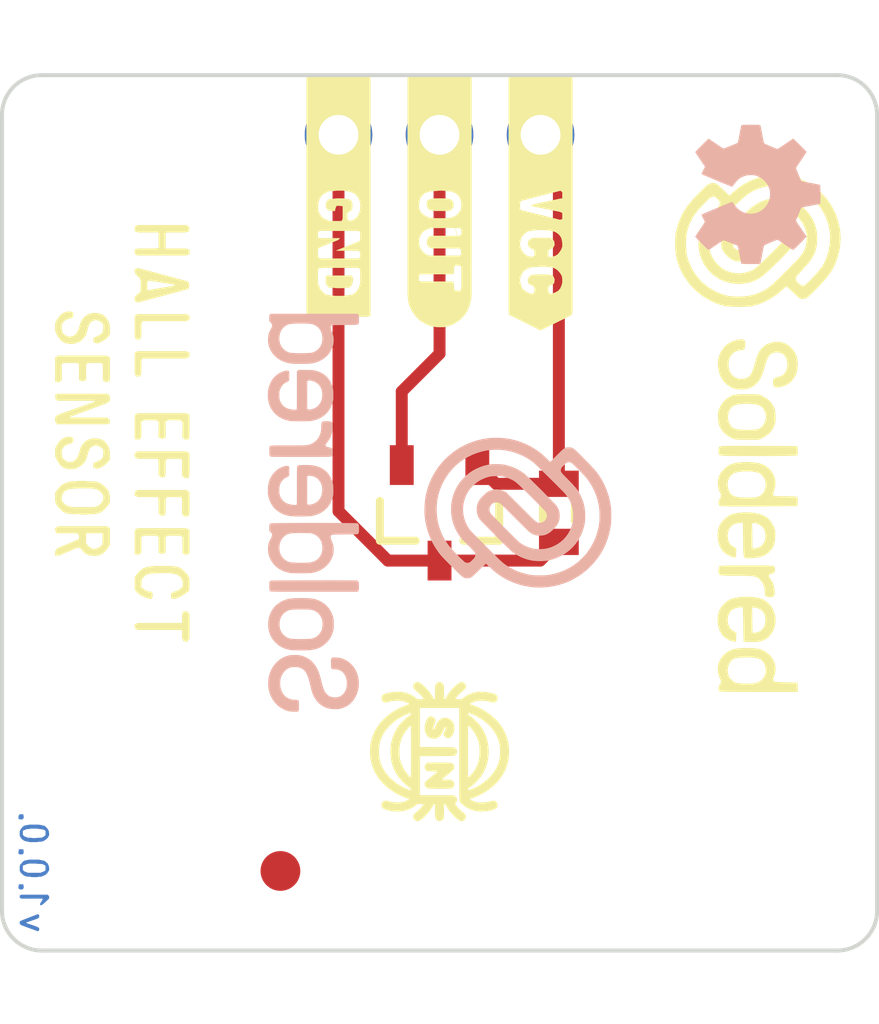
<source format=kicad_pcb>
(kicad_pcb (version 20210126) (generator pcbnew)
  (layers (0 "F.Cu" mixed) (31 "B.Cu" signal) (34 "B.Paste" user) (35 "F.Paste" user) (36 "B.SilkS" user "B.Silkscreen") (37 "F.SilkS" user "F.Silkscreen") (38 "B.Mask" user) (39 "F.Mask" user) (44 "Edge.Cuts" user))
  (net 0 "")
  (net 1 "GND")
  (net 2 "VCC")
  (net 3 "OUT")
  (footprint "buzzardLabel" (layer "F.Cu") (at 88.46 107.6 -90)
    (fp_text reference "" (at 0 0 90) (layer "F.SilkS") (effects (font (size 1.27 1.27))))
    (fp_text value "" (at 0 0 90) (layer "F.SilkS") (effects (font (size 1.27 1.27))))
  )
  (footprint "Soldered Graphics:Logo-Front-SolderedFULL-13mm" (layer "F.Cu") (at 99 117 -90)
    (fp_text reference "REF**" hide)
    (fp_text value "Logo-Front-SolderedFULL-13mm" hide)
  )
  (footprint "e-radionica.com footprinti:SOT-23-3" (layer "F.Cu") (at 91 119 -90)
    (fp_text reference "U1")
    (fp_text value "SI7201-B-06-IV")
    (pad "1" smd rect (at -1.2 -0.95) (size 0.6 1) (layers "F.Cu" "F.Paste" "F.Mask") (net 2 "VCC"))
    (pad "2" smd rect (at -1.2 0.95) (size 0.6 1) (layers "F.Cu" "F.Paste" "F.Mask") (net 3 "OUT"))
    (pad "3" smd rect (at 1.2 0) (size 0.6 1) (layers "F.Cu" "F.Paste" "F.Mask") (net 1 "GND"))
  )
  (footprint "Soldered Graphics:Logo-Back-OSH-3.5mm" (layer "F.Cu") (at 99 111 -90)
    (fp_text reference "G***" hide)
    (fp_text value "LOGO" hide)
  )
  (footprint "e-radionica.com footprinti:HOLE_3.2mm" (layer "F.Cu") (at 99 127)
    (fp_text reference "H2" hide)
    (fp_text value "HOLE_3.2mm" hide)
    (pad "" np_thru_hole circle (at 0 0) (size 3.2 3.2) (drill 3.2) (layers F&B.Cu *.Mask))
  )
  (footprint "buzzardLabel" (layer "F.Cu") (at 91 107.6 -90)
    (fp_text reference "" (at 0 0 90) (layer "F.SilkS") (effects (font (size 1.27 1.27))))
    (fp_text value "" (at 0 0 90) (layer "F.SilkS") (effects (font (size 1.27 1.27))))
  )
  (footprint "e-radionica.com footprinti:HEADER_MALE_3X1" (layer "F.Cu") (at 91 109.5)
    (fp_text reference "K1")
    (fp_text value "HEADER_MALE_3X1")
    (pad "1" thru_hole circle (at -2.54 0) (size 1.7 1.7) (drill 1) (layers *.Cu *.Mask) (net 1 "GND"))
    (pad "2" thru_hole circle (at 0 0) (size 1.7 1.7) (drill 1) (layers *.Cu *.Mask) (net 3 "OUT"))
    (pad "3" thru_hole circle (at 2.54 0) (size 1.7 1.7) (drill 1) (layers *.Cu *.Mask) (net 2 "VCC"))
  )
  (footprint "buzzardLabel" (layer "F.Cu") (at 82 117 -90)
    (fp_text reference "" (at 0 0 90) (layer "F.SilkS") (effects (font (size 1.27 1.27))))
    (fp_text value "" (at 0 0 90) (layer "F.SilkS") (effects (font (size 1.27 1.27))))
  )
  (footprint "e-radionica.com footprinti:0603C" (layer "F.Cu") (at 94 119 -90)
    (fp_text reference "C1")
    (fp_text value "0.1uF")
    (pad "1" smd rect (at -0.73 0 270) (size 0.66 1) (layers "F.Cu" "F.Paste" "F.Mask") (net 2 "VCC"))
    (pad "2" smd rect (at 0.73 0 270) (size 0.66 1) (layers "F.Cu" "F.Paste" "F.Mask") (net 1 "GND"))
  )
  (footprint "buzzardLabel" (layer "F.Cu") (at 93.54 107.6 -90)
    (fp_text reference "" (at 0 0 90) (layer "F.SilkS") (effects (font (size 1.27 1.27))))
    (fp_text value "" (at 0 0 90) (layer "F.SilkS") (effects (font (size 1.27 1.27))))
  )
  (footprint "buzzardLabel" (layer "F.Cu") (at 84 117 -90)
    (fp_text reference "" (at 0 0 90) (layer "F.SilkS") (effects (font (size 1.27 1.27))))
    (fp_text value "" (at 0 0 90) (layer "F.SilkS") (effects (font (size 1.27 1.27))))
  )
  (footprint "e-radionica.com footprinti:FIDUCIAL_1MM_PASTE" (layer "F.Cu") (at 87 128)
    (fp_text reference "FD1")
    (fp_text value "Fiducial_Stencil")
    (pad "1" smd circle (at 0 0) (size 1 1) (property pad_prop_fiducial_glob) (layers "F.Cu" "F.Paste" "F.Mask"))
  )
  (footprint "e-radionica.com footprinti:HOLE_3.2mm" (layer "F.Cu") (at 83 127)
    (fp_text reference "H1" hide)
    (fp_text value "HOLE_3.2mm" hide)
    (pad "" np_thru_hole circle (at 0 0) (size 3.2 3.2) (drill 3.2) (layers F&B.Cu *.Mask))
  )
  (footprint "Soldered Graphics:Logo-Back-SolderedVERTICAL-10mm" (layer "F.Cu") (at 91 119 -90)
    (fp_text reference "G***" hide)
    (fp_text value "LOGO" hide)
  )
  (footprint "Soldered Graphics:Symbol-Front-Magnetic-Field" (layer "F.Cu") (at 91 125 -90)
    (fp_text reference "G***" hide)
    (fp_text value "LOGO" hide)
  )
  (footprint "Soldered Graphics:Version1.0.0." (layer "B.Cu") (at 80.8 128 90)
    (fp_text reference "" (at 0 0 270) (layer "B.SilkS") (effects (font (size 1.27 1.27)) (justify mirror)))
    (fp_text value "" (at 0 0 270) (layer "B.SilkS") (effects (font (size 1.27 1.27)) (justify mirror)))
    (fp_poly (pts (xy 0.43 -0.38) (xy 0.48 -0.38) (xy 0.54 -0.37) (xy 0.54 -0.33) (xy 0.54 -0.27) (xy 0.5 -0.26) (xy 0.45 -0.26) (xy 0.42 -0.29) (xy 0.42 -0.34) (xy 0.43 -0.38)) (layer "B.Cu") (width 0.01) (fill solid))
    (fp_poly (pts (xy 0.93 -0.35) (xy 0.99 -0.35) (xy 1.04 -0.33) (xy 1.01 -0.28) (xy 0.91 -0.28) (xy 0.87 -0.25) (xy 0.85 -0.2) (xy 0.83 -0.15) (xy 0.83 -0.11) (xy 0.82 0.01) (xy 0.83 0.13) (xy 0.83 0.17) (xy 0.84 0.22) (xy 0.87 0.27) (xy 0.9 0.3) (xy 1.01 0.3) (xy 1.04 0.26) (xy 1.05 0.21) (xy 1.06 0.15) (xy 1.07 0.05) (xy 1.07 -0.08) (xy 1.06 -0.12) (xy 1.06 -0.17) (xy 1.04 -0.22) (xy 1.02 -0.27) (xy 1.01 -0.28) (xy 1.05 -0.32) (xy 1.09 -0.29) (xy 1.12 -0.26) (xy 1.14 -0.22) (xy 1.15 -0.16) (xy 1.16 -0.11) (xy 1.16 -0.06) (xy 1.16 0.06) (xy 1.16 0.12) (xy 1.15 0.17) (xy 1.14 0.22) (xy 1.13 0.27) (xy 1.1 0.3) (xy 1.06 0.34) (xy 1.01 0.37) (xy 0.95 0.38) (xy 0.9 0.38) (xy 0.84 0.35) (xy 0.8 0.31) (xy 0.78 0.28) (xy 0.75 0.23) (xy 0.74 0.18) (xy 0.74 0.13) (xy 0.73 0.08) (xy 0.73 -0.04) (xy 0.73 -0.1) (xy 0.74 -0.14) (xy 0.75 -0.2) (xy 0.77 -0.25) (xy 0.79 -0.28) (xy 0.83 -0.32) (xy 0.89 -0.35) (xy 0.93 -0.35)) (layer "B.Cu") (width 0.01) (fill solid))
    (fp_poly (pts (xy 1.31 -0.38) (xy 1.36 -0.38) (xy 1.41 -0.37) (xy 1.42 -0.33) (xy 1.42 -0.27) (xy 1.38 -0.26) (xy 1.33 -0.26) (xy 1.3 -0.29) (xy 1.3 -0.34) (xy 1.31 -0.38)) (layer "B.Cu") (width 0.01) (fill solid))
    (fp_poly (pts (xy -0.44 -0.38) (xy -0.39 -0.38) (xy -0.34 -0.37) (xy -0.34 -0.33) (xy -0.34 -0.27) (xy -0.38 -0.26) (xy -0.43 -0.26) (xy -0.46 -0.29) (xy -0.46 -0.34) (xy -0.44 -0.38)) (layer "B.Cu") (width 0.01) (fill solid))
    (fp_poly (pts (xy 0.06 -0.35) (xy 0.11 -0.35) (xy 0.17 -0.33) (xy 0.13 -0.28) (xy 0.03 -0.28) (xy -0.01 -0.25) (xy -0.03 -0.2) (xy -0.05 -0.15) (xy -0.05 -0.11) (xy -0.05 0.01) (xy -0.05 0.13) (xy -0.05 0.17) (xy -0.03 0.22) (xy -0.01 0.27) (xy 0.02 0.3) (xy 0.13 0.3) (xy 0.16 0.26) (xy 0.18 0.21) (xy 0.18 0.15) (xy 0.19 0.05) (xy 0.19 -0.08) (xy 0.19 -0.12) (xy 0.18 -0.17) (xy 0.16 -0.22) (xy 0.14 -0.27) (xy 0.14 -0.28) (xy 0.17 -0.32) (xy 0.21 -0.29) (xy 0.24 -0.26) (xy 0.26 -0.22) (xy 0.27 -0.16) (xy 0.28 -0.11) (xy 0.28 -0.06) (xy 0.28 0.06) (xy 0.28 0.12) (xy 0.27 0.17) (xy 0.26 0.22) (xy 0.25 0.27) (xy 0.22 0.3) (xy 0.19 0.34) (xy 0.13 0.37) (xy 0.08 0.38) (xy 0.02 0.38) (xy -0.03 0.35) (xy -0.08 0.31) (xy -0.1 0.28) (xy -0.12 0.23) (xy -0.14 0.18) (xy -0.14 0.13) (xy -0.15 0.08) (xy -0.15 -0.04) (xy -0.14 -0.1) (xy -0.14 -0.14) (xy -0.13 -0.2) (xy -0.11 -0.25) (xy -0.08 -0.28) (xy -0.05 -0.32) (xy 0.01 -0.35) (xy 0.06 -0.35)) (layer "B.Cu") (width 0.01) (fill solid))
    (fp_poly (pts (xy -1.33 -0.35) (xy -1.27 -0.35) (xy -1.25 -0.31) (xy -1.09 0.1) (xy -1.11 0.13) (xy -1.16 0.13) (xy -1.19 0.1) (xy -1.28 -0.16) (xy -1.3 -0.21) (xy -1.32 -0.17) (xy -1.41 0.09) (xy -1.44 0.13) (xy -1.49 0.13) (xy -1.51 0.1) (xy -1.36 -0.31) (xy -1.33 -0.35)) (layer "B.Cu") (width 0.01) (fill solid))
    (fp_poly (pts (xy -0.67 -0.35) (xy -0.62 -0.35) (xy -0.6 -0.31) (xy -0.6 0.35) (xy -0.64 0.38) (xy -0.69 0.38) (xy -0.73 0.34) (xy -0.84 0.22) (xy -0.86 0.17) (xy -0.83 0.16) (xy -0.73 0.22) (xy -0.69 0.23) (xy -0.69 -0.31) (xy -0.67 -0.35)) (layer "B.Cu") (width 0.01) (fill solid))
  )
  (gr_arc (start 101 129) (end 101 130) (angle -90) (layer "Edge.Cuts") (width 0.1))
  (gr_arc (start 81 109) (end 81 108) (angle -90) (layer "Edge.Cuts") (width 0.1))
  (gr_line (start 81 130) (end 101 130) (layer "Edge.Cuts") (width 0.1))
  (gr_line (start 102 129) (end 102 109) (layer "Edge.Cuts") (width 0.1))
  (gr_arc (start 101 109) (end 101 108) (angle 90) (layer "Edge.Cuts") (width 0.1))
  (gr_arc (start 81 129) (end 81 130) (angle 90) (layer "Edge.Cuts") (width 0.1))
  (gr_line (start 101 108) (end 81 108) (layer "Edge.Cuts") (width 0.1))
  (gr_line (start 80 109) (end 80 129) (layer "Edge.Cuts") (width 0.1))
  (segment (start 91 120.2) (end 93.53 120.2) (width 0.3) (layer "F.Cu") (net 1))
  (segment (start 89.7 120.2) (end 88.46 118.96) (width 0.3) (layer "F.Cu") (net 1))
  (segment (start 93.53 120.2) (end 94 119.73) (width 0.3) (layer "F.Cu") (net 1))
  (segment (start 91 120.2) (end 89.7 120.2) (width 0.3) (layer "F.Cu") (net 1))
  (segment (start 88.46 118.96) (end 88.46 109.5) (width 0.3) (layer "F.Cu") (net 1))
  (segment (start 94 118.27) (end 92.42 118.27) (width 0.3) (layer "F.Cu") (net 2))
  (segment (start 94 109.96) (end 93.54 109.5) (width 0.3) (layer "F.Cu") (net 2))
  (segment (start 94 118.27) (end 94 109.96) (width 0.3) (layer "F.Cu") (net 2))
  (segment (start 92.42 118.27) (end 91.95 117.8) (width 0.3) (layer "F.Cu") (net 2))
  (segment (start 90.05 115.95) (end 91 115) (width 0.3) (layer "F.Cu") (net 3))
  (segment (start 91 115) (end 91 109.5) (width 0.3) (layer "F.Cu") (net 3))
  (segment (start 90.05 117.8) (end 90.05 115.95) (width 0.3) (layer "F.Cu") (net 3))
)
</source>
